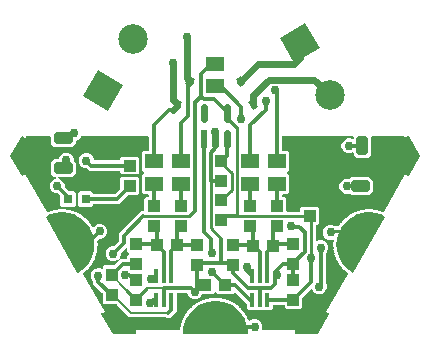
<source format=gbr>
G04 EAGLE Gerber RS-274X export*
G75*
%MOMM*%
%FSLAX34Y34*%
%LPD*%
%INTop Copper*%
%IPPOS*%
%AMOC8*
5,1,8,0,0,1.08239X$1,22.5*%
G01*
%ADD10R,0.800000X0.800000*%
%ADD11R,1.100000X1.000000*%
%ADD12C,0.499997*%
%ADD13R,2.500000X2.500000*%
%ADD14C,2.500000*%
%ADD15R,1.000000X1.100000*%
%ADD16R,1.500000X1.300000*%
%ADD17R,0.800000X0.500000*%
%ADD18R,0.355600X1.168400*%
%ADD19R,0.572000X1.554000*%
%ADD20C,0.572000*%
%ADD21C,1.000000*%
%ADD22C,0.756400*%
%ADD23C,0.355600*%
%ADD24C,0.254000*%
%ADD25C,0.304800*%
%ADD26C,0.203200*%
%ADD27C,0.609600*%

G36*
X279138Y196216D02*
X279138Y196216D01*
X279166Y196214D01*
X279234Y196236D01*
X279305Y196250D01*
X279328Y196266D01*
X279355Y196275D01*
X279410Y196322D01*
X279469Y196363D01*
X279484Y196387D01*
X279506Y196405D01*
X279537Y196470D01*
X279576Y196530D01*
X279581Y196558D01*
X279593Y196584D01*
X279602Y196685D01*
X279609Y196727D01*
X279607Y196737D01*
X279608Y196750D01*
X279369Y199751D01*
X316264Y199751D01*
X316312Y199760D01*
X316361Y199760D01*
X316409Y199780D01*
X316460Y199790D01*
X316501Y199818D01*
X316547Y199837D01*
X316583Y199874D01*
X316626Y199903D01*
X316653Y199944D01*
X316688Y199979D01*
X316710Y200033D01*
X316735Y200071D01*
X316742Y200106D01*
X316758Y200145D01*
X316988Y201152D01*
X316989Y201186D01*
X316999Y201227D01*
X317073Y202217D01*
X317143Y202277D01*
X317187Y202333D01*
X317236Y202383D01*
X317249Y202413D01*
X317266Y202436D01*
X317280Y202485D01*
X317307Y202549D01*
X317685Y204207D01*
X317687Y204270D01*
X317697Y204326D01*
X317695Y204334D01*
X317697Y204347D01*
X317690Y204379D01*
X317690Y204407D01*
X317672Y204455D01*
X317656Y204523D01*
X317619Y204607D01*
X317982Y205532D01*
X317988Y205566D01*
X318004Y205604D01*
X318225Y206573D01*
X318303Y206622D01*
X318354Y206670D01*
X318411Y206713D01*
X318428Y206741D01*
X318449Y206760D01*
X318469Y206807D01*
X318506Y206866D01*
X319127Y208449D01*
X319139Y208519D01*
X319160Y208586D01*
X319157Y208619D01*
X319162Y208646D01*
X319150Y208697D01*
X319145Y208766D01*
X319121Y208854D01*
X319617Y209715D01*
X319629Y209748D01*
X319650Y209783D01*
X320013Y210708D01*
X320098Y210745D01*
X320156Y210785D01*
X320218Y210819D01*
X320239Y210844D01*
X320262Y210860D01*
X320290Y210904D01*
X320334Y210956D01*
X321184Y212429D01*
X321207Y212496D01*
X321237Y212560D01*
X321239Y212592D01*
X321248Y212619D01*
X321245Y212670D01*
X321249Y212739D01*
X321239Y212831D01*
X321858Y213608D01*
X321874Y213639D01*
X321901Y213670D01*
X322398Y214531D01*
X322487Y214555D01*
X322550Y214586D01*
X322617Y214610D01*
X322641Y214631D01*
X322666Y214644D01*
X322700Y214683D01*
X322752Y214728D01*
X323812Y216058D01*
X323845Y216121D01*
X323884Y216179D01*
X323891Y216211D01*
X323904Y216236D01*
X323908Y216287D01*
X323923Y216355D01*
X323926Y216447D01*
X324654Y217123D01*
X324668Y217142D01*
X324680Y217149D01*
X324688Y217163D01*
X324706Y217178D01*
X325326Y217955D01*
X325417Y217966D01*
X325484Y217987D01*
X325554Y218001D01*
X325581Y218018D01*
X325608Y218027D01*
X325647Y218060D01*
X325705Y218098D01*
X326952Y219254D01*
X326993Y219312D01*
X327041Y219364D01*
X327052Y219394D01*
X327069Y219417D01*
X327080Y219467D01*
X327105Y219532D01*
X327122Y219622D01*
X327943Y220182D01*
X327968Y220207D01*
X328003Y220229D01*
X328731Y220905D01*
X328823Y220902D01*
X328892Y220913D01*
X328963Y220916D01*
X328993Y220929D01*
X329021Y220934D01*
X329064Y220961D01*
X329127Y220989D01*
X330532Y221947D01*
X330582Y221998D01*
X330637Y222042D01*
X330653Y222071D01*
X330672Y222091D01*
X330691Y222139D01*
X330725Y222199D01*
X330756Y222286D01*
X331651Y222717D01*
X331679Y222738D01*
X331717Y222755D01*
X332538Y223315D01*
X332628Y223297D01*
X332699Y223298D01*
X332769Y223291D01*
X332801Y223299D01*
X332829Y223300D01*
X332876Y223320D01*
X332943Y223339D01*
X334475Y224077D01*
X334531Y224119D01*
X334592Y224155D01*
X334612Y224181D01*
X334634Y224198D01*
X334660Y224242D01*
X334703Y224297D01*
X334746Y224378D01*
X335695Y224671D01*
X335726Y224687D01*
X335766Y224699D01*
X336661Y225130D01*
X336748Y225099D01*
X336818Y225090D01*
X336886Y225072D01*
X336919Y225076D01*
X336947Y225072D01*
X336996Y225085D01*
X337065Y225093D01*
X338690Y225595D01*
X338752Y225628D01*
X338818Y225654D01*
X338841Y225677D01*
X338866Y225690D01*
X338898Y225731D01*
X338949Y225778D01*
X339003Y225852D01*
X339986Y226000D01*
X340018Y226012D01*
X340060Y226017D01*
X341009Y226310D01*
X341091Y226267D01*
X341158Y226247D01*
X341223Y226219D01*
X341256Y226218D01*
X341283Y226210D01*
X341334Y226216D01*
X341403Y226214D01*
X343085Y226467D01*
X343151Y226491D01*
X343220Y226507D01*
X343247Y226526D01*
X343273Y226536D01*
X343311Y226571D01*
X343368Y226610D01*
X343433Y226675D01*
X344426Y226675D01*
X344460Y226682D01*
X344502Y226681D01*
X345485Y226829D01*
X345559Y226774D01*
X345623Y226744D01*
X345682Y226707D01*
X345715Y226701D01*
X345740Y226690D01*
X345792Y226688D01*
X345860Y226675D01*
X347560Y226675D01*
X347629Y226689D01*
X347700Y226695D01*
X347729Y226709D01*
X347757Y226715D01*
X347799Y226744D01*
X347861Y226774D01*
X347935Y226829D01*
X348918Y226681D01*
X348953Y226683D01*
X348994Y226675D01*
X349987Y226675D01*
X350052Y226610D01*
X350111Y226571D01*
X350165Y226525D01*
X350196Y226515D01*
X350219Y226499D01*
X350270Y226490D01*
X350335Y226467D01*
X352017Y226214D01*
X352087Y226217D01*
X352158Y226212D01*
X352189Y226222D01*
X352217Y226224D01*
X352263Y226246D01*
X352329Y226267D01*
X352411Y226310D01*
X353360Y226017D01*
X353395Y226014D01*
X353434Y226000D01*
X354417Y225852D01*
X354471Y225778D01*
X354524Y225731D01*
X354570Y225677D01*
X354599Y225662D01*
X354620Y225644D01*
X354669Y225626D01*
X354730Y225595D01*
X356355Y225093D01*
X356425Y225086D01*
X356494Y225071D01*
X356526Y225076D01*
X356554Y225073D01*
X356604Y225088D01*
X356672Y225099D01*
X356759Y225130D01*
X357654Y224699D01*
X357688Y224690D01*
X357725Y224671D01*
X358674Y224378D01*
X358717Y224297D01*
X358762Y224242D01*
X358800Y224182D01*
X358826Y224163D01*
X358844Y224141D01*
X358889Y224117D01*
X358945Y224077D01*
X360477Y223339D01*
X360546Y223321D01*
X360612Y223296D01*
X360644Y223296D01*
X360672Y223289D01*
X360723Y223297D01*
X360792Y223297D01*
X360882Y223315D01*
X361703Y222755D01*
X361735Y222741D01*
X361769Y222717D01*
X362664Y222286D01*
X362695Y222199D01*
X362730Y222138D01*
X362759Y222074D01*
X362782Y222051D01*
X362797Y222027D01*
X362838Y221996D01*
X362888Y221947D01*
X364293Y220989D01*
X364357Y220962D01*
X364419Y220927D01*
X364451Y220922D01*
X364477Y220912D01*
X364529Y220911D01*
X364597Y220902D01*
X364689Y220905D01*
X365417Y220229D01*
X365447Y220211D01*
X365477Y220182D01*
X366298Y219622D01*
X366315Y219532D01*
X366341Y219466D01*
X366360Y219398D01*
X366380Y219372D01*
X366390Y219346D01*
X366427Y219310D01*
X366468Y219254D01*
X367715Y218098D01*
X367775Y218061D01*
X367830Y218017D01*
X367862Y218008D01*
X367886Y217993D01*
X367937Y217985D01*
X368003Y217966D01*
X368094Y217955D01*
X368714Y217178D01*
X368740Y217157D01*
X368755Y217135D01*
X368757Y217134D01*
X368766Y217123D01*
X369494Y216447D01*
X369497Y216355D01*
X369514Y216286D01*
X369522Y216216D01*
X369538Y216187D01*
X369544Y216160D01*
X369575Y216119D01*
X369608Y216058D01*
X370668Y214728D01*
X370722Y214683D01*
X370770Y214631D01*
X370800Y214617D01*
X370821Y214599D01*
X370871Y214584D01*
X370933Y214555D01*
X371022Y214531D01*
X371519Y213670D01*
X371542Y213644D01*
X371561Y213608D01*
X372181Y212831D01*
X372171Y212739D01*
X372177Y212669D01*
X372175Y212598D01*
X372186Y212568D01*
X372188Y212540D01*
X372212Y212494D01*
X372236Y212429D01*
X373086Y210956D01*
X373132Y210903D01*
X373172Y210845D01*
X373200Y210827D01*
X373218Y210806D01*
X373265Y210783D01*
X373322Y210745D01*
X373407Y210708D01*
X373770Y209783D01*
X373788Y209754D01*
X373803Y209715D01*
X374299Y208854D01*
X374275Y208766D01*
X374271Y208695D01*
X374258Y208626D01*
X374265Y208594D01*
X374263Y208566D01*
X374280Y208517D01*
X374293Y208449D01*
X374829Y207083D01*
X374834Y207076D01*
X374836Y207067D01*
X374888Y206992D01*
X374938Y206915D01*
X374945Y206910D01*
X374950Y206902D01*
X375028Y206853D01*
X375103Y206801D01*
X375112Y206800D01*
X375119Y206795D01*
X375210Y206780D01*
X375300Y206761D01*
X375308Y206763D01*
X375317Y206761D01*
X375406Y206782D01*
X375496Y206800D01*
X375504Y206805D01*
X375512Y206807D01*
X375660Y206910D01*
X376374Y207624D01*
X377056Y207906D01*
X378281Y208414D01*
X378698Y208587D01*
X381214Y208587D01*
X383538Y207624D01*
X385316Y205845D01*
X386279Y203522D01*
X386279Y201006D01*
X386049Y200452D01*
X386048Y200448D01*
X386046Y200445D01*
X386029Y200350D01*
X386011Y200255D01*
X386011Y200252D01*
X386011Y200248D01*
X386032Y200154D01*
X386051Y200059D01*
X386053Y200056D01*
X386054Y200052D01*
X386110Y199973D01*
X386165Y199894D01*
X386168Y199892D01*
X386170Y199889D01*
X386252Y199838D01*
X386333Y199785D01*
X386337Y199785D01*
X386341Y199783D01*
X386518Y199751D01*
X414051Y199751D01*
X413812Y196750D01*
X413816Y196721D01*
X413811Y196693D01*
X413828Y196624D01*
X413836Y196552D01*
X413851Y196528D01*
X413857Y196500D01*
X413900Y196442D01*
X413936Y196380D01*
X413958Y196363D01*
X413975Y196340D01*
X414037Y196303D01*
X414094Y196260D01*
X414122Y196253D01*
X414146Y196238D01*
X414246Y196222D01*
X414287Y196211D01*
X414297Y196213D01*
X414310Y196211D01*
X433310Y196211D01*
X433386Y196226D01*
X433464Y196235D01*
X433483Y196246D01*
X433505Y196250D01*
X433569Y196294D01*
X433637Y196333D01*
X433653Y196352D01*
X433669Y196363D01*
X433693Y196401D01*
X433743Y196461D01*
X443243Y212961D01*
X443252Y212988D01*
X443268Y213012D01*
X443283Y213082D01*
X443306Y213150D01*
X443303Y213178D01*
X443309Y213206D01*
X443296Y213277D01*
X443290Y213348D01*
X443277Y213373D01*
X443271Y213401D01*
X443231Y213461D01*
X443198Y213524D01*
X443176Y213542D01*
X443160Y213566D01*
X443077Y213624D01*
X443045Y213651D01*
X443034Y213654D01*
X443024Y213661D01*
X440323Y214939D01*
X458747Y246850D01*
X458762Y246897D01*
X458787Y246940D01*
X458794Y246991D01*
X458811Y247040D01*
X458807Y247090D01*
X458813Y247139D01*
X458800Y247189D01*
X458796Y247240D01*
X458774Y247284D01*
X458761Y247332D01*
X458726Y247378D01*
X458705Y247419D01*
X458678Y247442D01*
X458652Y247476D01*
X457901Y248173D01*
X457871Y248191D01*
X457841Y248220D01*
X457020Y248780D01*
X457003Y248870D01*
X456977Y248935D01*
X456958Y249004D01*
X456938Y249030D01*
X456928Y249056D01*
X456891Y249092D01*
X456850Y249148D01*
X455601Y250305D01*
X455541Y250342D01*
X455485Y250386D01*
X455454Y250395D01*
X455430Y250410D01*
X455379Y250418D01*
X455313Y250437D01*
X455221Y250448D01*
X454602Y251224D01*
X454575Y251247D01*
X454550Y251280D01*
X453821Y251956D01*
X453818Y252047D01*
X453801Y252116D01*
X453793Y252186D01*
X453778Y252215D01*
X453771Y252242D01*
X453740Y252284D01*
X453708Y252345D01*
X452645Y253676D01*
X452591Y253721D01*
X452543Y253772D01*
X452513Y253786D01*
X452492Y253804D01*
X452443Y253820D01*
X452380Y253849D01*
X452291Y253873D01*
X451794Y254733D01*
X451771Y254759D01*
X451751Y254796D01*
X451132Y255573D01*
X451142Y255664D01*
X451136Y255734D01*
X451138Y255805D01*
X451127Y255836D01*
X451125Y255864D01*
X451101Y255909D01*
X451077Y255974D01*
X450225Y257449D01*
X450179Y257502D01*
X450139Y257560D01*
X450111Y257578D01*
X450093Y257599D01*
X450046Y257621D01*
X449989Y257660D01*
X449904Y257697D01*
X449541Y258622D01*
X449522Y258651D01*
X449508Y258690D01*
X449011Y259550D01*
X449035Y259639D01*
X449039Y259709D01*
X449052Y259779D01*
X449046Y259811D01*
X449047Y259839D01*
X449030Y259888D01*
X449017Y259956D01*
X448394Y261540D01*
X448356Y261600D01*
X448325Y261663D01*
X448301Y261685D01*
X448286Y261709D01*
X448243Y261738D01*
X448192Y261785D01*
X448114Y261833D01*
X447893Y262802D01*
X447878Y262834D01*
X447870Y262874D01*
X447507Y263799D01*
X447544Y263884D01*
X447559Y263953D01*
X447582Y264020D01*
X447580Y264052D01*
X447586Y264080D01*
X447577Y264130D01*
X447573Y264199D01*
X447194Y265859D01*
X447165Y265924D01*
X447144Y265991D01*
X447123Y266017D01*
X447112Y266042D01*
X447074Y266077D01*
X447030Y266131D01*
X446960Y266191D01*
X446886Y267182D01*
X446876Y267215D01*
X446875Y267257D01*
X446653Y268225D01*
X446702Y268303D01*
X446727Y268369D01*
X446760Y268432D01*
X446763Y268464D01*
X446773Y268491D01*
X446771Y268542D01*
X446778Y268611D01*
X446650Y270309D01*
X446631Y270377D01*
X446620Y270447D01*
X446604Y270475D01*
X446596Y270502D01*
X446564Y270542D01*
X446529Y270602D01*
X446469Y270672D01*
X446543Y271663D01*
X446539Y271697D01*
X446543Y271738D01*
X446468Y272729D01*
X446528Y272799D01*
X446563Y272860D01*
X446604Y272917D01*
X446613Y272949D01*
X446626Y272974D01*
X446632Y273025D01*
X446650Y273092D01*
X446776Y274790D01*
X446773Y274813D01*
X446777Y274834D01*
X446767Y274878D01*
X446767Y274930D01*
X446755Y274961D01*
X446751Y274989D01*
X446737Y275013D01*
X446734Y275030D01*
X446719Y275051D01*
X446700Y275098D01*
X446651Y275175D01*
X446701Y275395D01*
X446702Y275456D01*
X446714Y275516D01*
X446705Y275555D01*
X446706Y275596D01*
X446684Y275652D01*
X446671Y275712D01*
X446648Y275745D01*
X446633Y275782D01*
X446591Y275826D01*
X446556Y275876D01*
X446522Y275897D01*
X446493Y275926D01*
X446438Y275950D01*
X446386Y275982D01*
X446346Y275989D01*
X446309Y276005D01*
X446248Y276005D01*
X446188Y276015D01*
X446145Y276006D01*
X446109Y276006D01*
X446067Y275989D01*
X446012Y275977D01*
X445583Y275799D01*
X445582Y275799D01*
X445492Y275761D01*
X442976Y275761D01*
X440652Y276724D01*
X438874Y278502D01*
X437911Y280826D01*
X437911Y283341D01*
X438874Y285665D01*
X440652Y287444D01*
X440895Y287545D01*
X440896Y287545D01*
X442120Y288052D01*
X442976Y288406D01*
X445492Y288406D01*
X447815Y287444D01*
X447946Y287313D01*
X447953Y287309D01*
X447957Y287302D01*
X448036Y287253D01*
X448113Y287202D01*
X448121Y287201D01*
X448128Y287196D01*
X448305Y287164D01*
X450621Y287164D01*
X450694Y287179D01*
X450767Y287186D01*
X450791Y287199D01*
X450818Y287204D01*
X450872Y287241D01*
X450884Y287245D01*
X450893Y287253D01*
X450944Y287280D01*
X450963Y287303D01*
X450984Y287317D01*
X451010Y287358D01*
X451034Y287379D01*
X451042Y287396D01*
X451060Y287418D01*
X451067Y287429D01*
X451078Y287462D01*
X451093Y287485D01*
X451098Y287514D01*
X451120Y287560D01*
X451122Y287592D01*
X451131Y287619D01*
X451127Y287670D01*
X451128Y287677D01*
X451128Y287682D01*
X451128Y287684D01*
X451132Y287740D01*
X451121Y287831D01*
X451741Y288608D01*
X451756Y288639D01*
X451783Y288671D01*
X452280Y289531D01*
X452369Y289555D01*
X452396Y289569D01*
X452419Y289574D01*
X452445Y289591D01*
X452498Y289610D01*
X452523Y289632D01*
X452548Y289644D01*
X452582Y289684D01*
X452634Y289729D01*
X453695Y291061D01*
X453727Y291123D01*
X453767Y291182D01*
X453774Y291214D01*
X453787Y291239D01*
X453791Y291290D01*
X453805Y291358D01*
X453809Y291450D01*
X454537Y292126D01*
X454557Y292154D01*
X454589Y292182D01*
X455208Y292959D01*
X455299Y292969D01*
X455366Y292991D01*
X455436Y293004D01*
X455463Y293022D01*
X455490Y293030D01*
X455529Y293064D01*
X455587Y293101D01*
X456835Y294260D01*
X456876Y294317D01*
X456924Y294369D01*
X456936Y294400D01*
X456952Y294422D01*
X456964Y294473D01*
X456988Y294537D01*
X457006Y294628D01*
X457826Y295188D01*
X457851Y295213D01*
X457886Y295235D01*
X458614Y295911D01*
X458706Y295908D01*
X458775Y295919D01*
X458846Y295922D01*
X458876Y295935D01*
X458903Y295940D01*
X458947Y295967D01*
X459010Y295996D01*
X460417Y296955D01*
X460466Y297006D01*
X460521Y297050D01*
X460537Y297079D01*
X460557Y297099D01*
X460576Y297147D01*
X460610Y297207D01*
X460640Y297294D01*
X461535Y297725D01*
X461563Y297746D01*
X461601Y297763D01*
X462422Y298323D01*
X462512Y298306D01*
X462583Y298307D01*
X462653Y298299D01*
X462684Y298308D01*
X462713Y298308D01*
X462760Y298329D01*
X462827Y298347D01*
X464360Y299087D01*
X464417Y299129D01*
X464478Y299165D01*
X464498Y299191D01*
X464520Y299208D01*
X464546Y299252D01*
X464589Y299307D01*
X464632Y299388D01*
X465581Y299681D01*
X465611Y299698D01*
X465652Y299709D01*
X466547Y300140D01*
X466634Y300110D01*
X466704Y300100D01*
X466772Y300082D01*
X466804Y300086D01*
X466832Y300083D01*
X466882Y300096D01*
X466951Y300104D01*
X468577Y300607D01*
X468639Y300640D01*
X468705Y300666D01*
X468729Y300689D01*
X468754Y300702D01*
X468786Y300743D01*
X468836Y300790D01*
X468891Y300864D01*
X469873Y301013D01*
X469906Y301025D01*
X469947Y301030D01*
X470896Y301323D01*
X470978Y301280D01*
X471045Y301260D01*
X471110Y301232D01*
X471143Y301231D01*
X471170Y301223D01*
X471221Y301229D01*
X471290Y301227D01*
X472974Y301481D01*
X473040Y301505D01*
X473109Y301521D01*
X473136Y301540D01*
X473162Y301550D01*
X473200Y301585D01*
X473257Y301624D01*
X473322Y301689D01*
X474316Y301689D01*
X474350Y301696D01*
X474391Y301695D01*
X475374Y301844D01*
X475448Y301789D01*
X475512Y301759D01*
X475572Y301722D01*
X475604Y301716D01*
X475629Y301704D01*
X475681Y301702D01*
X475749Y301690D01*
X477452Y301690D01*
X477521Y301704D01*
X477591Y301710D01*
X477621Y301725D01*
X477648Y301730D01*
X477691Y301759D01*
X477753Y301790D01*
X477827Y301844D01*
X478809Y301697D01*
X478844Y301698D01*
X478885Y301691D01*
X479879Y301691D01*
X479944Y301626D01*
X480003Y301587D01*
X480056Y301541D01*
X480087Y301531D01*
X480111Y301515D01*
X480161Y301506D01*
X480227Y301483D01*
X481911Y301230D01*
X481981Y301234D01*
X482052Y301229D01*
X482083Y301239D01*
X482111Y301240D01*
X482157Y301262D01*
X482223Y301283D01*
X482305Y301326D01*
X483254Y301034D01*
X483289Y301030D01*
X483328Y301017D01*
X484311Y300869D01*
X484365Y300795D01*
X484418Y300748D01*
X484464Y300695D01*
X484493Y300680D01*
X484514Y300661D01*
X484563Y300643D01*
X484624Y300612D01*
X486251Y300110D01*
X486321Y300103D01*
X486390Y300088D01*
X486423Y300093D01*
X486451Y300090D01*
X486500Y300106D01*
X486568Y300116D01*
X486655Y300147D01*
X487550Y299716D01*
X487563Y299713D01*
X487566Y299711D01*
X487581Y299708D01*
X487584Y299707D01*
X487621Y299688D01*
X488619Y299381D01*
X488668Y299376D01*
X488715Y299361D01*
X488767Y299366D01*
X488818Y299361D01*
X488866Y299375D01*
X488915Y299380D01*
X488960Y299404D01*
X489010Y299420D01*
X489048Y299451D01*
X489091Y299474D01*
X489129Y299519D01*
X489164Y299548D01*
X489180Y299580D01*
X489208Y299612D01*
X507630Y331522D01*
X510126Y329799D01*
X510153Y329788D01*
X510175Y329769D01*
X510244Y329749D01*
X510309Y329721D01*
X510338Y329721D01*
X510366Y329713D01*
X510437Y329721D01*
X510508Y329721D01*
X510535Y329732D01*
X510564Y329735D01*
X510626Y329770D01*
X510691Y329798D01*
X510712Y329818D01*
X510737Y329833D01*
X510800Y329910D01*
X510830Y329940D01*
X510834Y329950D01*
X510843Y329961D01*
X520343Y346461D01*
X520353Y346493D01*
X520362Y346506D01*
X520366Y346530D01*
X520367Y346534D01*
X520398Y346604D01*
X520398Y346628D01*
X520406Y346650D01*
X520400Y346726D01*
X520401Y346803D01*
X520391Y346827D01*
X520390Y346848D01*
X520369Y346887D01*
X520343Y346959D01*
X510843Y363459D01*
X510824Y363481D01*
X510811Y363507D01*
X510758Y363555D01*
X510711Y363608D01*
X510685Y363621D01*
X510664Y363640D01*
X510596Y363663D01*
X510532Y363694D01*
X510503Y363696D01*
X510476Y363705D01*
X510404Y363700D01*
X510333Y363703D01*
X510306Y363693D01*
X510277Y363691D01*
X510187Y363649D01*
X510147Y363634D01*
X510139Y363627D01*
X510126Y363621D01*
X507630Y361898D01*
X506936Y363100D01*
X506887Y363156D01*
X506845Y363216D01*
X506822Y363230D01*
X506804Y363251D01*
X506737Y363283D01*
X506674Y363322D01*
X506646Y363327D01*
X506623Y363338D01*
X506570Y363341D01*
X506497Y363354D01*
X479218Y363354D01*
X479213Y363353D01*
X479208Y363354D01*
X479115Y363333D01*
X479021Y363314D01*
X479017Y363311D01*
X479012Y363310D01*
X478934Y363255D01*
X478856Y363202D01*
X478853Y363197D01*
X478848Y363194D01*
X478798Y363113D01*
X478746Y363034D01*
X478745Y363028D01*
X478743Y363024D01*
X478711Y362847D01*
X478711Y347758D01*
X475758Y344805D01*
X466582Y344805D01*
X463629Y347758D01*
X463629Y349354D01*
X463629Y349358D01*
X463629Y349362D01*
X463609Y349456D01*
X463590Y349551D01*
X463587Y349554D01*
X463587Y349558D01*
X463531Y349637D01*
X463477Y349717D01*
X463474Y349719D01*
X463471Y349722D01*
X463389Y349773D01*
X463309Y349826D01*
X463305Y349826D01*
X463302Y349829D01*
X463206Y349844D01*
X463112Y349861D01*
X463108Y349860D01*
X463104Y349861D01*
X462928Y349823D01*
X461786Y349350D01*
X460998Y349023D01*
X458482Y349023D01*
X456158Y349986D01*
X454380Y351764D01*
X453417Y354088D01*
X453417Y356604D01*
X454380Y358928D01*
X456158Y360706D01*
X457099Y361096D01*
X458324Y361603D01*
X458482Y361669D01*
X460998Y361669D01*
X462928Y360869D01*
X462932Y360868D01*
X462935Y360866D01*
X463030Y360849D01*
X463125Y360831D01*
X463128Y360831D01*
X463132Y360831D01*
X463227Y360852D01*
X463321Y360871D01*
X463324Y360873D01*
X463328Y360874D01*
X463407Y360930D01*
X463486Y360985D01*
X463488Y360988D01*
X463492Y360990D01*
X463542Y361072D01*
X463595Y361153D01*
X463595Y361157D01*
X463597Y361160D01*
X463629Y361338D01*
X463629Y362847D01*
X463628Y362852D01*
X463629Y362857D01*
X463608Y362950D01*
X463590Y363043D01*
X463587Y363047D01*
X463586Y363053D01*
X463530Y363130D01*
X463477Y363209D01*
X463473Y363212D01*
X463470Y363216D01*
X463388Y363267D01*
X463309Y363318D01*
X463304Y363319D01*
X463299Y363322D01*
X463122Y363354D01*
X403606Y363354D01*
X403601Y363353D01*
X403596Y363354D01*
X403503Y363333D01*
X403409Y363314D01*
X403405Y363311D01*
X403400Y363310D01*
X403322Y363255D01*
X403244Y363202D01*
X403241Y363197D01*
X403237Y363194D01*
X403186Y363113D01*
X403134Y363034D01*
X403134Y363028D01*
X403131Y363024D01*
X403099Y362847D01*
X403099Y351788D01*
X403100Y351783D01*
X403099Y351778D01*
X403120Y351685D01*
X403138Y351591D01*
X403141Y351587D01*
X403142Y351582D01*
X403198Y351504D01*
X403251Y351426D01*
X403255Y351423D01*
X403258Y351419D01*
X403340Y351368D01*
X403419Y351316D01*
X403424Y351316D01*
X403429Y351313D01*
X403606Y351281D01*
X407332Y351281D01*
X408821Y349792D01*
X408821Y334688D01*
X407232Y333099D01*
X407229Y333094D01*
X407225Y333091D01*
X407173Y333011D01*
X407121Y332932D01*
X407120Y332927D01*
X407117Y332922D01*
X407101Y332828D01*
X407083Y332735D01*
X407084Y332730D01*
X407083Y332725D01*
X407105Y332632D01*
X407125Y332539D01*
X407128Y332534D01*
X407129Y332529D01*
X407232Y332381D01*
X408821Y330792D01*
X408821Y315688D01*
X407332Y314199D01*
X403606Y314199D01*
X403601Y314198D01*
X403596Y314199D01*
X403503Y314178D01*
X403409Y314160D01*
X403405Y314157D01*
X403400Y314156D01*
X403322Y314100D01*
X403244Y314047D01*
X403241Y314043D01*
X403237Y314040D01*
X403186Y313958D01*
X403134Y313879D01*
X403134Y313874D01*
X403131Y313869D01*
X403099Y313692D01*
X403099Y312458D01*
X403100Y312453D01*
X403099Y312448D01*
X403120Y312355D01*
X403138Y312261D01*
X403141Y312257D01*
X403142Y312252D01*
X403198Y312174D01*
X403251Y312096D01*
X403255Y312093D01*
X403258Y312089D01*
X403340Y312038D01*
X403419Y311986D01*
X403424Y311986D01*
X403429Y311983D01*
X403606Y311951D01*
X405332Y311951D01*
X406821Y310462D01*
X406821Y300228D01*
X406822Y300223D01*
X406821Y300218D01*
X406842Y300125D01*
X406860Y300031D01*
X406863Y300027D01*
X406864Y300022D01*
X406920Y299944D01*
X406973Y299866D01*
X406977Y299863D01*
X406980Y299859D01*
X407062Y299808D01*
X407141Y299756D01*
X407146Y299756D01*
X407151Y299753D01*
X407328Y299721D01*
X418172Y299721D01*
X418177Y299722D01*
X418182Y299721D01*
X418275Y299742D01*
X418369Y299760D01*
X418373Y299763D01*
X418378Y299764D01*
X418456Y299820D01*
X418534Y299873D01*
X418537Y299877D01*
X418541Y299880D01*
X418592Y299962D01*
X418644Y300041D01*
X418644Y300046D01*
X418647Y300051D01*
X418679Y300228D01*
X418679Y302352D01*
X420168Y303841D01*
X433272Y303841D01*
X434761Y302352D01*
X434761Y290248D01*
X433272Y288759D01*
X432359Y288759D01*
X432354Y288758D01*
X432349Y288759D01*
X432256Y288738D01*
X432162Y288720D01*
X432158Y288717D01*
X432153Y288716D01*
X432075Y288660D01*
X431997Y288607D01*
X431994Y288603D01*
X431990Y288600D01*
X431939Y288518D01*
X431887Y288439D01*
X431887Y288434D01*
X431884Y288429D01*
X431852Y288252D01*
X431852Y275181D01*
X431853Y275177D01*
X431852Y275173D01*
X431872Y275079D01*
X431891Y274984D01*
X431894Y274981D01*
X431894Y274977D01*
X431950Y274898D01*
X432004Y274819D01*
X432007Y274816D01*
X432010Y274813D01*
X432092Y274762D01*
X432172Y274709D01*
X432176Y274709D01*
X432179Y274707D01*
X432275Y274691D01*
X432369Y274674D01*
X432373Y274675D01*
X432377Y274674D01*
X432553Y274712D01*
X432918Y274863D01*
X434142Y275371D01*
X434143Y275371D01*
X434606Y275563D01*
X437122Y275563D01*
X439446Y274600D01*
X441224Y272822D01*
X442187Y270498D01*
X442187Y267982D01*
X441224Y265658D01*
X440183Y264618D01*
X440179Y264611D01*
X440173Y264606D01*
X440124Y264528D01*
X440072Y264451D01*
X440071Y264443D01*
X440067Y264436D01*
X440035Y264259D01*
X440035Y239097D01*
X440037Y239088D01*
X440035Y239079D01*
X440073Y238902D01*
X440769Y237224D01*
X440769Y234708D01*
X439806Y232384D01*
X438028Y230606D01*
X436918Y230146D01*
X435704Y229643D01*
X433188Y229643D01*
X430864Y230606D01*
X429086Y232384D01*
X428491Y233821D01*
X428489Y233825D01*
X428488Y233828D01*
X428432Y233908D01*
X428379Y233988D01*
X428376Y233990D01*
X428373Y233993D01*
X428292Y234045D01*
X428211Y234098D01*
X428208Y234098D01*
X428204Y234101D01*
X428109Y234117D01*
X428014Y234134D01*
X428010Y234133D01*
X428007Y234134D01*
X427913Y234112D01*
X427818Y234092D01*
X427815Y234089D01*
X427811Y234089D01*
X427663Y233986D01*
X420439Y226762D01*
X420435Y226755D01*
X420429Y226751D01*
X420380Y226672D01*
X420328Y226595D01*
X420327Y226587D01*
X420323Y226580D01*
X420291Y226403D01*
X420291Y218628D01*
X418802Y217139D01*
X406698Y217139D01*
X405209Y218628D01*
X405209Y220354D01*
X405208Y220359D01*
X405209Y220364D01*
X405188Y220457D01*
X405170Y220551D01*
X405167Y220555D01*
X405166Y220560D01*
X405110Y220638D01*
X405057Y220716D01*
X405053Y220719D01*
X405050Y220723D01*
X404968Y220774D01*
X404889Y220826D01*
X404884Y220826D01*
X404879Y220829D01*
X404702Y220861D01*
X395605Y220861D01*
X395600Y220860D01*
X395595Y220861D01*
X395502Y220840D01*
X395408Y220822D01*
X395404Y220819D01*
X395399Y220818D01*
X395321Y220762D01*
X395243Y220709D01*
X395240Y220705D01*
X395236Y220702D01*
X395185Y220620D01*
X395133Y220541D01*
X395133Y220536D01*
X395130Y220531D01*
X395098Y220354D01*
X395098Y217642D01*
X393609Y216153D01*
X387949Y216153D01*
X387836Y216266D01*
X387831Y216269D01*
X387828Y216273D01*
X387748Y216324D01*
X387669Y216377D01*
X387664Y216378D01*
X387659Y216381D01*
X387565Y216397D01*
X387472Y216415D01*
X387467Y216414D01*
X387461Y216415D01*
X387369Y216393D01*
X387276Y216373D01*
X387271Y216370D01*
X387266Y216369D01*
X387118Y216266D01*
X387005Y216153D01*
X381345Y216153D01*
X381232Y216266D01*
X381227Y216269D01*
X381224Y216273D01*
X381144Y216324D01*
X381065Y216377D01*
X381060Y216378D01*
X381055Y216381D01*
X380961Y216397D01*
X380868Y216415D01*
X380863Y216414D01*
X380857Y216415D01*
X380765Y216393D01*
X380672Y216373D01*
X380667Y216370D01*
X380662Y216369D01*
X380514Y216266D01*
X380401Y216153D01*
X374741Y216153D01*
X373252Y217642D01*
X373252Y221267D01*
X373251Y221275D01*
X373252Y221282D01*
X373231Y221372D01*
X373213Y221464D01*
X373208Y221470D01*
X373206Y221478D01*
X373104Y221626D01*
X371834Y222896D01*
X363630Y231099D01*
X363626Y231102D01*
X363623Y231107D01*
X363542Y231158D01*
X363463Y231210D01*
X363458Y231211D01*
X363453Y231214D01*
X363360Y231230D01*
X363266Y231248D01*
X363261Y231247D01*
X363256Y231248D01*
X363163Y231226D01*
X363070Y231206D01*
X363066Y231203D01*
X363061Y231202D01*
X362913Y231099D01*
X361762Y229949D01*
X348658Y229949D01*
X347069Y231538D01*
X347064Y231541D01*
X347061Y231545D01*
X346981Y231597D01*
X346902Y231649D01*
X346897Y231650D01*
X346892Y231653D01*
X346798Y231669D01*
X346705Y231687D01*
X346700Y231686D01*
X346695Y231687D01*
X346602Y231665D01*
X346509Y231645D01*
X346504Y231642D01*
X346499Y231641D01*
X346351Y231538D01*
X344762Y229949D01*
X335574Y229949D01*
X335568Y229948D01*
X335561Y229949D01*
X335470Y229928D01*
X335378Y229910D01*
X335372Y229906D01*
X335366Y229905D01*
X335290Y229850D01*
X335212Y229797D01*
X335208Y229792D01*
X335203Y229788D01*
X335106Y229636D01*
X334615Y228451D01*
X332836Y226673D01*
X332650Y226595D01*
X331425Y226088D01*
X330512Y225710D01*
X327997Y225710D01*
X325673Y226673D01*
X323894Y228451D01*
X323121Y230318D01*
X323117Y230324D01*
X323116Y230330D01*
X323061Y230407D01*
X323009Y230485D01*
X323004Y230488D01*
X323000Y230493D01*
X322920Y230543D01*
X322842Y230595D01*
X322835Y230596D01*
X322830Y230599D01*
X322652Y230631D01*
X314325Y230631D01*
X314320Y230630D01*
X314315Y230631D01*
X314222Y230610D01*
X314128Y230592D01*
X314124Y230589D01*
X314119Y230588D01*
X314041Y230532D01*
X313963Y230479D01*
X313960Y230475D01*
X313956Y230472D01*
X313905Y230390D01*
X313853Y230311D01*
X313853Y230306D01*
X313850Y230301D01*
X313818Y230124D01*
X313818Y215000D01*
X308653Y209835D01*
X305075Y209835D01*
X304461Y210448D01*
X304455Y210453D01*
X304450Y210459D01*
X304372Y210508D01*
X304294Y210559D01*
X304287Y210561D01*
X304280Y210565D01*
X304103Y210597D01*
X273872Y210597D01*
X263509Y220959D01*
X263503Y220964D01*
X263498Y220970D01*
X263420Y221019D01*
X263342Y221070D01*
X263335Y221072D01*
X263328Y221076D01*
X263151Y221108D01*
X252710Y221108D01*
X251222Y222596D01*
X251222Y230372D01*
X251220Y230379D01*
X251222Y230387D01*
X251201Y230477D01*
X251182Y230568D01*
X251178Y230575D01*
X251176Y230582D01*
X251073Y230730D01*
X243226Y238578D01*
X243226Y240626D01*
X243225Y240633D01*
X243226Y240641D01*
X243205Y240731D01*
X243187Y240822D01*
X243182Y240829D01*
X243180Y240836D01*
X243078Y240984D01*
X242185Y241877D01*
X241222Y244201D01*
X241222Y246716D01*
X242185Y249040D01*
X243963Y250819D01*
X244455Y251023D01*
X244456Y251023D01*
X245680Y251530D01*
X246287Y251781D01*
X248803Y251781D01*
X250520Y251070D01*
X250524Y251069D01*
X250528Y251067D01*
X250622Y251050D01*
X250717Y251031D01*
X250721Y251032D01*
X250725Y251031D01*
X250819Y251052D01*
X250913Y251072D01*
X250917Y251074D01*
X250920Y251075D01*
X251000Y251131D01*
X251079Y251185D01*
X251081Y251188D01*
X251084Y251191D01*
X251135Y251273D01*
X251187Y251354D01*
X251188Y251358D01*
X251190Y251361D01*
X251222Y251538D01*
X251222Y252701D01*
X252710Y254189D01*
X260845Y254189D01*
X260852Y254191D01*
X260860Y254190D01*
X260950Y254211D01*
X261041Y254229D01*
X261048Y254234D01*
X261055Y254235D01*
X261203Y254338D01*
X266590Y259725D01*
X271352Y259725D01*
X271357Y259726D01*
X271362Y259725D01*
X271455Y259746D01*
X271549Y259764D01*
X271553Y259767D01*
X271558Y259768D01*
X271636Y259824D01*
X271714Y259877D01*
X271717Y259881D01*
X271721Y259884D01*
X271772Y259966D01*
X271824Y260045D01*
X271824Y260050D01*
X271827Y260055D01*
X271859Y260232D01*
X271859Y262212D01*
X273448Y263801D01*
X273451Y263806D01*
X273455Y263809D01*
X273507Y263889D01*
X273559Y263968D01*
X273560Y263973D01*
X273563Y263978D01*
X273579Y264072D01*
X273597Y264165D01*
X273596Y264170D01*
X273597Y264176D01*
X273575Y264268D01*
X273555Y264361D01*
X273552Y264366D01*
X273551Y264371D01*
X273448Y264519D01*
X271859Y266108D01*
X271859Y268337D01*
X271859Y268340D01*
X271859Y268342D01*
X271839Y268435D01*
X271820Y268534D01*
X271818Y268536D01*
X271818Y268538D01*
X271762Y268619D01*
X271707Y268699D01*
X271705Y268701D01*
X271703Y268703D01*
X271620Y268756D01*
X271539Y268809D01*
X271536Y268809D01*
X271534Y268811D01*
X271438Y268827D01*
X271342Y268844D01*
X271339Y268844D01*
X271337Y268844D01*
X271243Y268822D01*
X271146Y268801D01*
X271144Y268799D01*
X271141Y268799D01*
X270993Y268696D01*
X266821Y264524D01*
X266817Y264517D01*
X266811Y264513D01*
X266762Y264434D01*
X266710Y264357D01*
X266709Y264349D01*
X266705Y264342D01*
X266673Y264165D01*
X266673Y262902D01*
X265710Y260578D01*
X263932Y258800D01*
X263334Y258552D01*
X263333Y258552D01*
X262109Y258045D01*
X261608Y257837D01*
X259092Y257837D01*
X256768Y258800D01*
X254990Y260578D01*
X254027Y262902D01*
X254027Y265418D01*
X254990Y267742D01*
X256768Y269520D01*
X257422Y269791D01*
X258646Y270298D01*
X258647Y270298D01*
X259092Y270483D01*
X260355Y270483D01*
X260363Y270484D01*
X260371Y270483D01*
X260460Y270504D01*
X260552Y270522D01*
X260558Y270527D01*
X260566Y270529D01*
X260714Y270631D01*
X264773Y274690D01*
X264777Y274697D01*
X264783Y274701D01*
X264832Y274780D01*
X264884Y274857D01*
X264885Y274865D01*
X264889Y274872D01*
X264921Y275049D01*
X264921Y281189D01*
X283961Y300229D01*
X286092Y300229D01*
X286097Y300230D01*
X286102Y300229D01*
X286195Y300250D01*
X286289Y300268D01*
X286293Y300271D01*
X286298Y300272D01*
X286376Y300328D01*
X286454Y300381D01*
X286457Y300385D01*
X286461Y300388D01*
X286512Y300470D01*
X286564Y300549D01*
X286564Y300554D01*
X286567Y300559D01*
X286599Y300736D01*
X286599Y310462D01*
X288088Y311951D01*
X289814Y311951D01*
X289819Y311952D01*
X289824Y311951D01*
X289917Y311972D01*
X290011Y311990D01*
X290015Y311993D01*
X290020Y311994D01*
X290098Y312050D01*
X290176Y312103D01*
X290179Y312107D01*
X290183Y312110D01*
X290234Y312192D01*
X290286Y312271D01*
X290286Y312276D01*
X290289Y312281D01*
X290321Y312458D01*
X290321Y313692D01*
X290320Y313697D01*
X290321Y313702D01*
X290300Y313795D01*
X290282Y313889D01*
X290279Y313893D01*
X290278Y313898D01*
X290222Y313976D01*
X290169Y314054D01*
X290165Y314057D01*
X290162Y314061D01*
X290080Y314112D01*
X290001Y314164D01*
X289996Y314164D01*
X289991Y314167D01*
X289814Y314199D01*
X286088Y314199D01*
X284599Y315688D01*
X284599Y330792D01*
X286188Y332381D01*
X286191Y332386D01*
X286195Y332389D01*
X286247Y332469D01*
X286299Y332548D01*
X286300Y332553D01*
X286303Y332558D01*
X286319Y332652D01*
X286337Y332745D01*
X286336Y332750D01*
X286337Y332756D01*
X286315Y332848D01*
X286295Y332941D01*
X286292Y332946D01*
X286291Y332951D01*
X286188Y333099D01*
X284599Y334688D01*
X284599Y349792D01*
X286088Y351281D01*
X289814Y351281D01*
X289819Y351282D01*
X289824Y351281D01*
X289917Y351302D01*
X290011Y351320D01*
X290015Y351323D01*
X290020Y351324D01*
X290098Y351380D01*
X290176Y351433D01*
X290179Y351437D01*
X290183Y351440D01*
X290234Y351522D01*
X290286Y351601D01*
X290286Y351606D01*
X290289Y351611D01*
X290321Y351788D01*
X290321Y362847D01*
X290320Y362852D01*
X290321Y362857D01*
X290300Y362950D01*
X290282Y363043D01*
X290279Y363047D01*
X290278Y363053D01*
X290222Y363130D01*
X290169Y363209D01*
X290165Y363212D01*
X290162Y363216D01*
X290080Y363267D01*
X290001Y363318D01*
X289996Y363319D01*
X289991Y363322D01*
X289814Y363354D01*
X233384Y363354D01*
X233378Y363353D01*
X233371Y363354D01*
X233280Y363333D01*
X233188Y363314D01*
X233182Y363311D01*
X233176Y363309D01*
X233099Y363254D01*
X233022Y363202D01*
X233018Y363196D01*
X233013Y363192D01*
X232915Y363041D01*
X232690Y362497D01*
X230912Y360718D01*
X230407Y360509D01*
X229183Y360002D01*
X228582Y359753D01*
X228577Y359750D01*
X228570Y359748D01*
X228493Y359694D01*
X228416Y359642D01*
X228412Y359636D01*
X228407Y359632D01*
X228357Y359553D01*
X228306Y359474D01*
X228305Y359468D01*
X228301Y359462D01*
X228269Y359285D01*
X228269Y357135D01*
X225316Y354182D01*
X210141Y354182D01*
X207188Y357135D01*
X207188Y362847D01*
X207187Y362852D01*
X207188Y362857D01*
X207167Y362950D01*
X207148Y363043D01*
X207145Y363047D01*
X207144Y363053D01*
X207089Y363130D01*
X207035Y363209D01*
X207031Y363212D01*
X207028Y363216D01*
X206947Y363267D01*
X206867Y363318D01*
X206862Y363319D01*
X206858Y363322D01*
X206680Y363354D01*
X186923Y363354D01*
X186850Y363339D01*
X186777Y363332D01*
X186753Y363320D01*
X186727Y363314D01*
X186665Y363273D01*
X186600Y363238D01*
X186581Y363216D01*
X186561Y363202D01*
X186532Y363157D01*
X186484Y363100D01*
X185790Y361898D01*
X183294Y363621D01*
X183267Y363632D01*
X183245Y363651D01*
X183176Y363671D01*
X183111Y363699D01*
X183082Y363699D01*
X183054Y363707D01*
X182983Y363699D01*
X182912Y363700D01*
X182885Y363688D01*
X182856Y363685D01*
X182794Y363650D01*
X182729Y363622D01*
X182708Y363602D01*
X182683Y363587D01*
X182620Y363510D01*
X182590Y363480D01*
X182586Y363470D01*
X182577Y363459D01*
X173077Y346959D01*
X173053Y346886D01*
X173022Y346816D01*
X173022Y346792D01*
X173014Y346770D01*
X173021Y346694D01*
X173020Y346617D01*
X173029Y346593D01*
X173030Y346572D01*
X173051Y346533D01*
X173070Y346481D01*
X173071Y346475D01*
X173073Y346473D01*
X173077Y346461D01*
X182577Y329961D01*
X182596Y329939D01*
X182609Y329913D01*
X182662Y329865D01*
X182709Y329812D01*
X182735Y329799D01*
X182757Y329780D01*
X182824Y329757D01*
X182888Y329726D01*
X182917Y329725D01*
X182944Y329715D01*
X183016Y329720D01*
X183087Y329717D01*
X183114Y329727D01*
X183143Y329729D01*
X183233Y329771D01*
X183273Y329786D01*
X183281Y329793D01*
X183294Y329799D01*
X185790Y331522D01*
X204212Y299612D01*
X204245Y299575D01*
X204269Y299532D01*
X204310Y299501D01*
X204345Y299462D01*
X204389Y299440D01*
X204428Y299410D01*
X204478Y299397D01*
X204525Y299374D01*
X204574Y299372D01*
X204622Y299359D01*
X204680Y299366D01*
X204725Y299364D01*
X204759Y299376D01*
X204801Y299381D01*
X205799Y299688D01*
X205830Y299705D01*
X205870Y299716D01*
X206765Y300147D01*
X206852Y300116D01*
X206922Y300107D01*
X206990Y300089D01*
X207022Y300093D01*
X207050Y300089D01*
X207100Y300102D01*
X207169Y300110D01*
X208796Y300612D01*
X208858Y300645D01*
X208924Y300672D01*
X208947Y300694D01*
X208972Y300707D01*
X209004Y300748D01*
X209055Y300795D01*
X209109Y300869D01*
X210092Y301017D01*
X210125Y301029D01*
X210166Y301034D01*
X211115Y301326D01*
X211197Y301283D01*
X211264Y301263D01*
X211329Y301235D01*
X211362Y301234D01*
X211389Y301226D01*
X211440Y301232D01*
X211509Y301230D01*
X213193Y301483D01*
X213259Y301507D01*
X213328Y301523D01*
X213355Y301542D01*
X213381Y301552D01*
X213419Y301587D01*
X213476Y301626D01*
X213541Y301691D01*
X214535Y301691D01*
X214569Y301698D01*
X214611Y301697D01*
X215593Y301844D01*
X215667Y301790D01*
X215731Y301760D01*
X215791Y301723D01*
X215823Y301717D01*
X215849Y301705D01*
X215900Y301703D01*
X215968Y301690D01*
X217671Y301690D01*
X217740Y301704D01*
X217810Y301709D01*
X217840Y301724D01*
X217867Y301729D01*
X217910Y301758D01*
X217972Y301789D01*
X218046Y301844D01*
X219029Y301695D01*
X219064Y301697D01*
X219104Y301689D01*
X220098Y301689D01*
X220163Y301624D01*
X220222Y301585D01*
X220275Y301539D01*
X220307Y301529D01*
X220330Y301513D01*
X220381Y301503D01*
X220446Y301481D01*
X222130Y301227D01*
X222200Y301230D01*
X222271Y301225D01*
X222302Y301235D01*
X222330Y301237D01*
X222376Y301259D01*
X222442Y301280D01*
X222524Y301323D01*
X223473Y301030D01*
X223508Y301026D01*
X223547Y301013D01*
X224529Y300864D01*
X224584Y300790D01*
X224636Y300743D01*
X224683Y300689D01*
X224712Y300674D01*
X224732Y300656D01*
X224781Y300638D01*
X224843Y300607D01*
X226469Y300104D01*
X226540Y300097D01*
X226609Y300082D01*
X226641Y300087D01*
X226669Y300084D01*
X226718Y300099D01*
X226786Y300110D01*
X226873Y300140D01*
X227768Y299709D01*
X227802Y299700D01*
X227839Y299681D01*
X228788Y299388D01*
X228831Y299307D01*
X228876Y299252D01*
X228914Y299192D01*
X228940Y299173D01*
X228958Y299151D01*
X229004Y299127D01*
X229060Y299087D01*
X230593Y298347D01*
X230662Y298330D01*
X230728Y298304D01*
X230760Y298305D01*
X230788Y298298D01*
X230839Y298305D01*
X230908Y298306D01*
X230998Y298323D01*
X231819Y297763D01*
X231851Y297750D01*
X231885Y297725D01*
X232780Y297294D01*
X232810Y297207D01*
X232846Y297146D01*
X232875Y297082D01*
X232898Y297059D01*
X232912Y297034D01*
X232954Y297004D01*
X233003Y296955D01*
X234410Y295996D01*
X234475Y295968D01*
X234536Y295933D01*
X234568Y295928D01*
X234594Y295918D01*
X234646Y295917D01*
X234714Y295908D01*
X234806Y295911D01*
X235534Y295235D01*
X235564Y295217D01*
X235594Y295188D01*
X236414Y294628D01*
X236432Y294537D01*
X236458Y294472D01*
X236477Y294404D01*
X236496Y294378D01*
X236507Y294352D01*
X236543Y294315D01*
X236585Y294260D01*
X237833Y293101D01*
X237893Y293064D01*
X237948Y293021D01*
X237980Y293011D01*
X238004Y292997D01*
X238055Y292989D01*
X238121Y292969D01*
X238212Y292959D01*
X238831Y292182D01*
X238858Y292159D01*
X238883Y292126D01*
X239611Y291450D01*
X239615Y291358D01*
X239631Y291289D01*
X239639Y291219D01*
X239655Y291190D01*
X239661Y291163D01*
X239692Y291121D01*
X239725Y291061D01*
X240786Y289729D01*
X240840Y289684D01*
X240846Y289677D01*
X240850Y289672D01*
X240853Y289670D01*
X240888Y289632D01*
X240918Y289618D01*
X240939Y289600D01*
X240989Y289585D01*
X240994Y289582D01*
X241020Y289566D01*
X241034Y289564D01*
X241051Y289555D01*
X241140Y289531D01*
X241637Y288671D01*
X241660Y288645D01*
X241679Y288608D01*
X242299Y287831D01*
X242288Y287740D01*
X242294Y287669D01*
X242292Y287599D01*
X242303Y287568D01*
X242306Y287540D01*
X242330Y287494D01*
X242353Y287429D01*
X242697Y286832D01*
X242745Y286779D01*
X242785Y286720D01*
X242810Y286704D01*
X242830Y286682D01*
X242894Y286651D01*
X242955Y286612D01*
X242984Y286607D01*
X243010Y286595D01*
X243082Y286591D01*
X243152Y286579D01*
X243181Y286585D01*
X243210Y286584D01*
X243278Y286608D01*
X243347Y286624D01*
X243374Y286642D01*
X243399Y286652D01*
X243437Y286687D01*
X243495Y286727D01*
X245338Y288570D01*
X246536Y289066D01*
X247662Y289533D01*
X250178Y289533D01*
X252502Y288570D01*
X254280Y286792D01*
X255243Y284468D01*
X255243Y281952D01*
X254280Y279628D01*
X252502Y277850D01*
X252448Y277828D01*
X251223Y277320D01*
X250178Y276887D01*
X248915Y276887D01*
X248907Y276886D01*
X248900Y276887D01*
X248810Y276866D01*
X248718Y276848D01*
X248712Y276843D01*
X248704Y276841D01*
X248556Y276739D01*
X246806Y274988D01*
X246791Y274966D01*
X246770Y274949D01*
X246736Y274883D01*
X246695Y274821D01*
X246690Y274795D01*
X246677Y274771D01*
X246668Y274680D01*
X246657Y274624D01*
X246660Y274609D01*
X246659Y274592D01*
X246770Y273092D01*
X246789Y273024D01*
X246800Y272954D01*
X246817Y272926D01*
X246825Y272899D01*
X246857Y272859D01*
X246892Y272799D01*
X246952Y272729D01*
X246877Y271738D01*
X246881Y271704D01*
X246877Y271663D01*
X246951Y270672D01*
X246891Y270602D01*
X246856Y270540D01*
X246815Y270483D01*
X246807Y270452D01*
X246804Y270447D01*
X246803Y270445D01*
X246793Y270427D01*
X246787Y270376D01*
X246770Y270309D01*
X246642Y268611D01*
X246650Y268541D01*
X246651Y268470D01*
X246663Y268440D01*
X246666Y268412D01*
X246692Y268368D01*
X246718Y268303D01*
X246767Y268225D01*
X246545Y267257D01*
X246545Y267222D01*
X246534Y267182D01*
X246460Y266191D01*
X246390Y266131D01*
X246346Y266075D01*
X246297Y266025D01*
X246284Y265995D01*
X246267Y265973D01*
X246253Y265923D01*
X246226Y265859D01*
X245847Y264199D01*
X245845Y264129D01*
X245835Y264059D01*
X245842Y264027D01*
X245841Y263999D01*
X245860Y263951D01*
X245876Y263884D01*
X245913Y263799D01*
X245550Y262874D01*
X245544Y262840D01*
X245541Y262837D01*
X245541Y262833D01*
X245527Y262802D01*
X245306Y261833D01*
X245228Y261785D01*
X245177Y261736D01*
X245120Y261694D01*
X245103Y261666D01*
X245083Y261647D01*
X245062Y261599D01*
X245026Y261540D01*
X244403Y259956D01*
X244391Y259886D01*
X244370Y259819D01*
X244373Y259786D01*
X244368Y259758D01*
X244379Y259708D01*
X244385Y259639D01*
X244409Y259550D01*
X243912Y258690D01*
X243901Y258657D01*
X243879Y258622D01*
X243516Y257697D01*
X243431Y257660D01*
X243373Y257619D01*
X243311Y257586D01*
X243290Y257561D01*
X243267Y257545D01*
X243239Y257502D01*
X243195Y257449D01*
X242343Y255974D01*
X242320Y255908D01*
X242290Y255844D01*
X242288Y255811D01*
X242279Y255785D01*
X242283Y255733D01*
X242278Y255664D01*
X242288Y255573D01*
X241669Y254796D01*
X241653Y254765D01*
X241626Y254733D01*
X241129Y253873D01*
X241040Y253849D01*
X240977Y253818D01*
X240910Y253794D01*
X240885Y253773D01*
X240860Y253760D01*
X240827Y253721D01*
X240775Y253676D01*
X239712Y252345D01*
X239680Y252282D01*
X239641Y252223D01*
X239634Y252191D01*
X239621Y252166D01*
X239617Y252115D01*
X239602Y252047D01*
X239599Y251956D01*
X238870Y251280D01*
X238850Y251252D01*
X238818Y251224D01*
X238199Y250448D01*
X238107Y250437D01*
X238040Y250416D01*
X237971Y250402D01*
X237943Y250385D01*
X237916Y250376D01*
X237877Y250343D01*
X237819Y250305D01*
X236570Y249148D01*
X236529Y249090D01*
X236481Y249038D01*
X236470Y249008D01*
X236453Y248985D01*
X236442Y248935D01*
X236417Y248870D01*
X236400Y248780D01*
X235579Y248220D01*
X235555Y248196D01*
X235519Y248173D01*
X234768Y247476D01*
X234739Y247436D01*
X234702Y247403D01*
X234681Y247355D01*
X234651Y247313D01*
X234639Y247265D01*
X234619Y247220D01*
X234617Y247169D01*
X234606Y247118D01*
X234614Y247069D01*
X234612Y247020D01*
X234632Y246966D01*
X234640Y246921D01*
X234659Y246891D01*
X234673Y246850D01*
X253097Y214939D01*
X250397Y213661D01*
X250374Y213644D01*
X250347Y213634D01*
X250295Y213585D01*
X250237Y213542D01*
X250223Y213517D01*
X250202Y213498D01*
X250173Y213432D01*
X250137Y213370D01*
X250134Y213342D01*
X250122Y213316D01*
X250121Y213244D01*
X250112Y213173D01*
X250120Y213146D01*
X250120Y213117D01*
X250155Y213022D01*
X250166Y212982D01*
X250173Y212973D01*
X250177Y212961D01*
X259677Y196461D01*
X259729Y196403D01*
X259775Y196340D01*
X259794Y196329D01*
X259809Y196312D01*
X259879Y196278D01*
X259946Y196238D01*
X259971Y196234D01*
X259988Y196226D01*
X260033Y196224D01*
X260110Y196211D01*
X279110Y196211D01*
X279138Y196216D01*
G37*
G36*
X463138Y247821D02*
X463138Y247821D01*
X463211Y247821D01*
X463236Y247832D01*
X463263Y247835D01*
X463327Y247871D01*
X463394Y247899D01*
X463413Y247919D01*
X463436Y247932D01*
X463504Y248013D01*
X463532Y248043D01*
X463535Y248052D01*
X463542Y248061D01*
X490542Y294861D01*
X490551Y294886D01*
X490567Y294909D01*
X490582Y294980D01*
X490606Y295049D01*
X490603Y295076D01*
X490609Y295103D01*
X490596Y295174D01*
X490590Y295247D01*
X490577Y295272D01*
X490572Y295298D01*
X490532Y295359D01*
X490498Y295424D01*
X490477Y295441D01*
X490462Y295464D01*
X490376Y295525D01*
X490345Y295550D01*
X490336Y295553D01*
X490326Y295560D01*
X486688Y297311D01*
X486657Y297318D01*
X486619Y297338D01*
X482760Y298527D01*
X482728Y298530D01*
X482687Y298543D01*
X478694Y299144D01*
X478663Y299142D01*
X478620Y299149D01*
X474582Y299148D01*
X474551Y299142D01*
X474508Y299142D01*
X470516Y298539D01*
X470486Y298528D01*
X470443Y298523D01*
X466585Y297331D01*
X466557Y297316D01*
X466516Y297304D01*
X462878Y295551D01*
X462853Y295532D01*
X462814Y295514D01*
X459478Y293238D01*
X459456Y293215D01*
X459420Y293192D01*
X456461Y290444D01*
X456442Y290419D01*
X456410Y290390D01*
X453894Y287232D01*
X453879Y287204D01*
X453852Y287170D01*
X451834Y283673D01*
X451824Y283643D01*
X451802Y283606D01*
X450328Y279847D01*
X450322Y279815D01*
X450306Y279775D01*
X449409Y275839D01*
X449408Y275807D01*
X449398Y275765D01*
X449097Y271739D01*
X449101Y271707D01*
X449097Y271664D01*
X449400Y267638D01*
X449409Y267607D01*
X449411Y267564D01*
X450311Y263628D01*
X450324Y263599D01*
X450333Y263556D01*
X451809Y259798D01*
X451827Y259771D01*
X451842Y259731D01*
X453862Y256235D01*
X453883Y256211D01*
X453904Y256173D01*
X456422Y253017D01*
X456447Y252997D01*
X456473Y252963D01*
X459434Y250217D01*
X459461Y250201D01*
X459492Y250171D01*
X462829Y247897D01*
X462854Y247887D01*
X462875Y247870D01*
X462945Y247849D01*
X463012Y247820D01*
X463040Y247821D01*
X463066Y247813D01*
X463138Y247821D01*
G37*
G36*
X230314Y247820D02*
X230314Y247820D01*
X230387Y247817D01*
X230413Y247826D01*
X230440Y247828D01*
X230536Y247872D01*
X230574Y247886D01*
X230581Y247893D01*
X230591Y247897D01*
X233928Y250171D01*
X233950Y250194D01*
X233986Y250217D01*
X236947Y252963D01*
X236966Y252989D01*
X236998Y253017D01*
X239516Y256173D01*
X239531Y256202D01*
X239558Y256235D01*
X241578Y259731D01*
X241588Y259761D01*
X241611Y259798D01*
X243087Y263556D01*
X243092Y263588D01*
X243109Y263628D01*
X244009Y267564D01*
X244009Y267596D01*
X244020Y267638D01*
X244323Y271664D01*
X244319Y271695D01*
X244323Y271739D01*
X244022Y275765D01*
X244014Y275796D01*
X244011Y275839D01*
X243114Y279775D01*
X243101Y279804D01*
X243092Y279847D01*
X241618Y283606D01*
X241601Y283633D01*
X241586Y283673D01*
X239568Y287170D01*
X239547Y287194D01*
X239526Y287232D01*
X237010Y290390D01*
X236985Y290410D01*
X236959Y290444D01*
X234000Y293192D01*
X233973Y293208D01*
X233942Y293238D01*
X230606Y295514D01*
X230577Y295526D01*
X230542Y295551D01*
X226905Y297304D01*
X226874Y297312D01*
X226835Y297331D01*
X222977Y298523D01*
X222945Y298526D01*
X222904Y298539D01*
X218912Y299142D01*
X218880Y299141D01*
X218838Y299148D01*
X214800Y299149D01*
X214769Y299143D01*
X214726Y299144D01*
X210733Y298543D01*
X210703Y298532D01*
X210660Y298527D01*
X206801Y297338D01*
X206773Y297323D01*
X206732Y297311D01*
X203094Y295560D01*
X203072Y295543D01*
X203046Y295534D01*
X202993Y295484D01*
X202935Y295440D01*
X202922Y295416D01*
X202902Y295397D01*
X202872Y295331D01*
X202836Y295267D01*
X202833Y295240D01*
X202822Y295215D01*
X202821Y295142D01*
X202812Y295070D01*
X202820Y295044D01*
X202820Y295016D01*
X202856Y294918D01*
X202868Y294879D01*
X202874Y294871D01*
X202878Y294861D01*
X229878Y248061D01*
X229896Y248040D01*
X229907Y248015D01*
X229961Y247966D01*
X230009Y247912D01*
X230034Y247900D01*
X230054Y247881D01*
X230123Y247857D01*
X230189Y247826D01*
X230216Y247825D01*
X230241Y247815D01*
X230314Y247820D01*
G37*
G36*
X373737Y196216D02*
X373737Y196216D01*
X373764Y196214D01*
X373833Y196236D01*
X373905Y196250D01*
X373927Y196266D01*
X373953Y196274D01*
X374009Y196322D01*
X374069Y196363D01*
X374083Y196386D01*
X374104Y196404D01*
X374137Y196469D01*
X374176Y196530D01*
X374180Y196557D01*
X374192Y196582D01*
X374202Y196686D01*
X374209Y196727D01*
X374207Y196736D01*
X374208Y196747D01*
X373906Y200771D01*
X373898Y200802D01*
X373895Y200845D01*
X372997Y204779D01*
X372984Y204808D01*
X372975Y204851D01*
X371501Y208607D01*
X371484Y208634D01*
X371469Y208675D01*
X369451Y212169D01*
X369430Y212193D01*
X369409Y212231D01*
X366893Y215386D01*
X366868Y215406D01*
X366842Y215441D01*
X363884Y218185D01*
X363857Y218202D01*
X363825Y218232D01*
X360491Y220505D01*
X360462Y220518D01*
X360427Y220543D01*
X356791Y222293D01*
X356760Y222301D01*
X356721Y222321D01*
X352865Y223510D01*
X352834Y223513D01*
X352792Y223527D01*
X348802Y224128D01*
X348770Y224127D01*
X348728Y224134D01*
X344692Y224134D01*
X344661Y224127D01*
X344618Y224128D01*
X340628Y223527D01*
X340598Y223516D01*
X340555Y223510D01*
X336699Y222321D01*
X336671Y222305D01*
X336629Y222293D01*
X332993Y220543D01*
X332968Y220523D01*
X332929Y220505D01*
X329595Y218232D01*
X329572Y218209D01*
X329536Y218185D01*
X326578Y215441D01*
X326560Y215415D01*
X326527Y215386D01*
X324011Y212231D01*
X323997Y212203D01*
X323969Y212169D01*
X321951Y208675D01*
X321941Y208644D01*
X321919Y208607D01*
X320445Y204851D01*
X320439Y204819D01*
X320423Y204779D01*
X319525Y200845D01*
X319524Y200813D01*
X319514Y200771D01*
X319212Y196747D01*
X319216Y196720D01*
X319211Y196693D01*
X319228Y196623D01*
X319237Y196550D01*
X319251Y196526D01*
X319257Y196500D01*
X319300Y196441D01*
X319337Y196378D01*
X319359Y196362D01*
X319375Y196340D01*
X319438Y196303D01*
X319496Y196259D01*
X319523Y196252D01*
X319546Y196238D01*
X319650Y196221D01*
X319689Y196211D01*
X319699Y196213D01*
X319710Y196211D01*
X373710Y196211D01*
X373737Y196216D01*
G37*
%LPC*%
G36*
X216683Y303974D02*
X216683Y303974D01*
X215194Y305463D01*
X215194Y313400D01*
X215193Y313408D01*
X215194Y313416D01*
X215173Y313505D01*
X215155Y313597D01*
X215150Y313603D01*
X215148Y313611D01*
X215046Y313759D01*
X213807Y314997D01*
X213801Y315002D01*
X213796Y315008D01*
X213717Y315057D01*
X213640Y315108D01*
X213632Y315110D01*
X213626Y315114D01*
X213448Y315146D01*
X211467Y315146D01*
X209143Y316109D01*
X207365Y317887D01*
X206402Y320211D01*
X206402Y322726D01*
X207365Y325050D01*
X209143Y326829D01*
X209822Y327110D01*
X211047Y327617D01*
X211503Y327806D01*
X211504Y327807D01*
X211506Y327807D01*
X211588Y327864D01*
X211670Y327918D01*
X211670Y327919D01*
X211671Y327920D01*
X211724Y328001D01*
X211780Y328086D01*
X211780Y328087D01*
X211781Y328088D01*
X211798Y328185D01*
X211816Y328283D01*
X211816Y328284D01*
X211816Y328285D01*
X211794Y328384D01*
X211774Y328479D01*
X211773Y328480D01*
X211773Y328481D01*
X211714Y328563D01*
X211658Y328643D01*
X211657Y328643D01*
X211657Y328644D01*
X211572Y328697D01*
X211489Y328749D01*
X211487Y328749D01*
X211486Y328750D01*
X211309Y328782D01*
X210141Y328782D01*
X207188Y331735D01*
X207188Y340911D01*
X210141Y343864D01*
X213664Y343864D01*
X213670Y343865D01*
X213675Y343864D01*
X213768Y343884D01*
X213861Y343903D01*
X213865Y343906D01*
X213870Y343907D01*
X213948Y343962D01*
X214027Y344016D01*
X214030Y344020D01*
X214034Y344023D01*
X214085Y344105D01*
X214136Y344184D01*
X214137Y344189D01*
X214140Y344194D01*
X214172Y344371D01*
X214172Y344643D01*
X215134Y346967D01*
X216913Y348746D01*
X217338Y348922D01*
X218563Y349429D01*
X219237Y349708D01*
X221752Y349708D01*
X224076Y348746D01*
X225855Y346967D01*
X226817Y344643D01*
X226817Y342573D01*
X226819Y342565D01*
X226817Y342557D01*
X226838Y342467D01*
X226857Y342376D01*
X226861Y342370D01*
X226863Y342362D01*
X226966Y342214D01*
X228269Y340911D01*
X228269Y331735D01*
X225316Y328782D01*
X214141Y328782D01*
X214140Y328782D01*
X214138Y328782D01*
X214043Y328762D01*
X213944Y328743D01*
X213943Y328742D01*
X213942Y328742D01*
X213862Y328686D01*
X213779Y328630D01*
X213778Y328629D01*
X213777Y328628D01*
X213722Y328542D01*
X213669Y328462D01*
X213669Y328461D01*
X213668Y328459D01*
X213651Y328360D01*
X213634Y328265D01*
X213634Y328263D01*
X213634Y328262D01*
X213656Y328166D01*
X213677Y328069D01*
X213678Y328068D01*
X213678Y328067D01*
X213736Y327986D01*
X213793Y327905D01*
X213795Y327905D01*
X213795Y327904D01*
X213947Y327806D01*
X216307Y326829D01*
X218085Y325050D01*
X219048Y322726D01*
X219048Y320745D01*
X219049Y320738D01*
X219048Y320730D01*
X219069Y320640D01*
X219087Y320549D01*
X219092Y320542D01*
X219094Y320535D01*
X219196Y320387D01*
X222379Y317204D01*
X222385Y317200D01*
X222390Y317194D01*
X222468Y317145D01*
X222546Y317093D01*
X222553Y317092D01*
X222560Y317088D01*
X222737Y317056D01*
X226787Y317056D01*
X228276Y315567D01*
X228276Y305463D01*
X226787Y303974D01*
X216683Y303974D01*
G37*
%LPD*%
%LPC*%
G36*
X231683Y303974D02*
X231683Y303974D01*
X230194Y305463D01*
X230194Y315567D01*
X231683Y317056D01*
X241787Y317056D01*
X243276Y315567D01*
X243276Y315087D01*
X243277Y315082D01*
X243276Y315077D01*
X243297Y314984D01*
X243315Y314890D01*
X243318Y314886D01*
X243319Y314881D01*
X243375Y314803D01*
X243428Y314725D01*
X243432Y314722D01*
X243435Y314718D01*
X243517Y314667D01*
X243596Y314615D01*
X243601Y314615D01*
X243606Y314612D01*
X243783Y314580D01*
X261241Y314580D01*
X261249Y314581D01*
X261257Y314580D01*
X261347Y314601D01*
X261438Y314619D01*
X261444Y314624D01*
X261452Y314626D01*
X261600Y314728D01*
X266131Y319259D01*
X266135Y319266D01*
X266141Y319270D01*
X266190Y319349D01*
X266242Y319426D01*
X266243Y319434D01*
X266247Y319440D01*
X266279Y319618D01*
X266279Y327752D01*
X267768Y329241D01*
X280872Y329241D01*
X282361Y327752D01*
X282361Y315648D01*
X280872Y314159D01*
X272738Y314159D01*
X272730Y314158D01*
X272722Y314159D01*
X272632Y314138D01*
X272541Y314120D01*
X272535Y314115D01*
X272527Y314113D01*
X272379Y314011D01*
X264819Y306450D01*
X243783Y306450D01*
X243778Y306449D01*
X243773Y306450D01*
X243680Y306429D01*
X243586Y306411D01*
X243582Y306408D01*
X243577Y306407D01*
X243499Y306351D01*
X243421Y306298D01*
X243418Y306294D01*
X243414Y306291D01*
X243363Y306209D01*
X243311Y306130D01*
X243311Y306125D01*
X243308Y306120D01*
X243276Y305943D01*
X243276Y305463D01*
X241787Y303974D01*
X231683Y303974D01*
G37*
%LPD*%
%LPC*%
G36*
X267768Y331159D02*
X267768Y331159D01*
X266279Y332648D01*
X266279Y333874D01*
X266278Y333879D01*
X266279Y333884D01*
X266258Y333977D01*
X266240Y334071D01*
X266237Y334075D01*
X266236Y334080D01*
X266180Y334158D01*
X266127Y334236D01*
X266123Y334239D01*
X266120Y334243D01*
X266038Y334294D01*
X265959Y334346D01*
X265954Y334346D01*
X265949Y334349D01*
X265772Y334381D01*
X239901Y334381D01*
X237854Y336429D01*
X237847Y336433D01*
X237843Y336439D01*
X237764Y336488D01*
X237687Y336540D01*
X237679Y336541D01*
X237672Y336545D01*
X237495Y336577D01*
X236232Y336577D01*
X233908Y337540D01*
X232130Y339318D01*
X231167Y341642D01*
X231167Y344158D01*
X232130Y346482D01*
X233908Y348260D01*
X234281Y348415D01*
X235506Y348922D01*
X236232Y349223D01*
X238748Y349223D01*
X241072Y348260D01*
X242850Y346482D01*
X243813Y344158D01*
X243813Y343526D01*
X243814Y343521D01*
X243813Y343516D01*
X243834Y343423D01*
X243852Y343329D01*
X243855Y343325D01*
X243856Y343320D01*
X243912Y343242D01*
X243965Y343164D01*
X243969Y343161D01*
X243972Y343157D01*
X244054Y343106D01*
X244133Y343054D01*
X244138Y343054D01*
X244143Y343051D01*
X244320Y343019D01*
X265772Y343019D01*
X265777Y343020D01*
X265782Y343019D01*
X265875Y343040D01*
X265969Y343058D01*
X265973Y343061D01*
X265978Y343062D01*
X266056Y343118D01*
X266134Y343171D01*
X266137Y343175D01*
X266141Y343178D01*
X266192Y343260D01*
X266244Y343339D01*
X266244Y343344D01*
X266247Y343349D01*
X266279Y343526D01*
X266279Y344752D01*
X267768Y346241D01*
X280872Y346241D01*
X282361Y344752D01*
X282361Y332648D01*
X280872Y331159D01*
X267768Y331159D01*
G37*
%LPD*%
%LPC*%
G36*
X461804Y313769D02*
X461804Y313769D01*
X460460Y315113D01*
X460455Y315117D01*
X460451Y315122D01*
X460372Y315172D01*
X460293Y315224D01*
X460287Y315225D01*
X460281Y315229D01*
X460189Y315244D01*
X460096Y315262D01*
X460090Y315260D01*
X460083Y315262D01*
X459907Y315223D01*
X459338Y314987D01*
X456822Y314987D01*
X454498Y315950D01*
X452720Y317728D01*
X451757Y320052D01*
X451757Y322568D01*
X452720Y324892D01*
X454498Y326670D01*
X455560Y327110D01*
X455561Y327110D01*
X456785Y327617D01*
X456822Y327633D01*
X459338Y327633D01*
X459907Y327397D01*
X459914Y327396D01*
X459919Y327392D01*
X460012Y327376D01*
X460104Y327358D01*
X460110Y327359D01*
X460117Y327358D01*
X460208Y327380D01*
X460300Y327399D01*
X460306Y327402D01*
X460312Y327404D01*
X460460Y327507D01*
X461804Y328851D01*
X476980Y328851D01*
X479933Y325898D01*
X479933Y316722D01*
X476980Y313769D01*
X461804Y313769D01*
G37*
%LPD*%
D10*
X236735Y310515D03*
X221735Y310515D03*
D11*
X426720Y296300D03*
X426720Y313300D03*
X274320Y321700D03*
X274320Y338700D03*
D12*
X223228Y359223D02*
X212228Y359223D01*
X212228Y364223D01*
X223228Y364223D01*
X223228Y359223D01*
X223228Y363973D02*
X212228Y363973D01*
X212228Y338823D02*
X223228Y338823D01*
X223228Y333823D01*
X212228Y333823D01*
X212228Y338823D01*
X212228Y338573D02*
X223228Y338573D01*
X473670Y349846D02*
X473670Y360846D01*
X473670Y349846D02*
X468670Y349846D01*
X468670Y360846D01*
X473670Y360846D01*
X473670Y354596D02*
X468670Y354596D01*
X468670Y359346D02*
X473670Y359346D01*
X474892Y318810D02*
X463892Y318810D01*
X463892Y323810D01*
X474892Y323810D01*
X474892Y318810D01*
X474892Y323560D02*
X463892Y323560D01*
D13*
G36*
X268535Y406758D02*
X256035Y385108D01*
X234385Y397608D01*
X246885Y419258D01*
X268535Y406758D01*
G37*
D14*
X276860Y446177D03*
D13*
G36*
X413550Y425462D02*
X401050Y447112D01*
X422700Y459612D01*
X435200Y437962D01*
X413550Y425462D01*
G37*
D14*
X443525Y398543D03*
D11*
X395850Y270510D03*
X378850Y270510D03*
D15*
X412750Y255660D03*
X412750Y272660D03*
X361950Y271390D03*
X361950Y254390D03*
D11*
X398780Y304410D03*
X398780Y287410D03*
X375920Y304410D03*
X375920Y287410D03*
D16*
X398780Y342240D03*
X398780Y323240D03*
X375920Y342240D03*
X375920Y323240D03*
D17*
G36*
X379045Y395238D02*
X383045Y388310D01*
X378715Y385810D01*
X374715Y392738D01*
X379045Y395238D01*
G37*
G36*
X368045Y414290D02*
X372045Y407362D01*
X367715Y404862D01*
X363715Y411790D01*
X368045Y414290D01*
G37*
D15*
X412750Y225180D03*
X412750Y242180D03*
D18*
X296291Y224536D03*
X302895Y224536D03*
X309499Y224536D03*
X309499Y245364D03*
X302895Y245364D03*
X296291Y245364D03*
D11*
X314570Y271145D03*
X297570Y271145D03*
D15*
X331470Y254390D03*
X331470Y271390D03*
X279400Y272660D03*
X279400Y255660D03*
D11*
X317500Y304410D03*
X317500Y287410D03*
X294640Y304410D03*
X294640Y287410D03*
D16*
X317500Y342240D03*
X317500Y323240D03*
X294640Y342240D03*
X294640Y323240D03*
D15*
X279400Y242180D03*
X279400Y225180D03*
X258763Y229149D03*
X258763Y246149D03*
D17*
G36*
X318705Y392738D02*
X314705Y385810D01*
X310375Y388310D01*
X314375Y395238D01*
X318705Y392738D01*
G37*
G36*
X329705Y411790D02*
X325705Y404862D01*
X321375Y407362D01*
X325375Y414290D01*
X329705Y411790D01*
G37*
D11*
X351790Y309490D03*
X351790Y292490D03*
D15*
X351790Y342510D03*
X351790Y325510D03*
D11*
X355210Y237490D03*
X338210Y237490D03*
D16*
X346710Y424790D03*
X346710Y405790D03*
D19*
X337210Y361110D03*
D20*
X346710Y356200D02*
X346710Y366020D01*
X356210Y366020D02*
X356210Y356200D01*
X356210Y378200D02*
X356210Y388020D01*
X337210Y388020D02*
X337210Y378200D01*
D21*
X511910Y346710D03*
X429310Y203610D03*
X264110Y203610D03*
X181510Y346710D03*
X470610Y275210D03*
X346710Y203610D03*
X222810Y275210D03*
D18*
X377571Y224536D03*
X384175Y224536D03*
X390779Y224536D03*
X390779Y245364D03*
X384175Y245364D03*
X377571Y245364D03*
D22*
X435864Y269240D03*
X434446Y235966D03*
D23*
X435716Y269092D02*
X435864Y269240D01*
X435716Y269092D02*
X435716Y237236D01*
X434446Y235966D01*
D24*
X221735Y312459D02*
X212725Y321469D01*
X221735Y312459D02*
X221735Y310515D01*
D22*
X212725Y321469D03*
X276606Y298704D03*
X406400Y360454D03*
X262890Y359410D03*
X248920Y283210D03*
D23*
X240920Y275210D01*
X222810Y275210D01*
D22*
X237490Y342900D03*
D23*
X241690Y338700D02*
X274320Y338700D01*
X241690Y338700D02*
X237490Y342900D01*
D25*
X236735Y310515D02*
X263135Y310515D01*
X274320Y321700D01*
D22*
X459740Y355346D03*
D23*
X471170Y355346D01*
D22*
X458080Y321310D03*
D23*
X469392Y321310D01*
D22*
X444234Y282084D03*
D24*
X445504Y283354D02*
X461010Y283354D01*
X445504Y283354D02*
X444234Y282084D01*
D23*
X461010Y283354D02*
X462466Y283354D01*
X470610Y275210D01*
D22*
X379956Y202264D03*
D23*
X372110Y202264D01*
X348056Y202264D01*
X346710Y203610D01*
D22*
X220494Y343386D03*
D23*
X217728Y340620D01*
X217728Y336323D01*
D22*
X227330Y366078D03*
D23*
X222975Y361723D01*
X217728Y361723D01*
X325120Y295910D02*
X329778Y300568D01*
X329778Y371518D01*
X285750Y295910D02*
X269240Y279400D01*
X269240Y273050D01*
X260350Y264160D01*
D24*
X285750Y295910D02*
X325120Y295910D01*
D23*
X247545Y245459D02*
X247545Y240366D01*
X258763Y229149D01*
X309499Y224536D02*
X309499Y216789D01*
X306864Y214154D01*
D26*
X275345Y214154D01*
X260350Y229149D01*
X258763Y229149D01*
D22*
X260350Y264160D03*
X247545Y245459D03*
D23*
X364998Y370332D02*
X356210Y379120D01*
X356210Y383110D01*
X428041Y260401D02*
X427402Y259762D01*
D24*
X364998Y295910D02*
X364998Y370332D01*
D23*
X355210Y295910D02*
X351790Y292490D01*
X355210Y295910D02*
X364490Y295910D01*
D24*
X364998Y295910D01*
D23*
X346710Y424790D02*
X342900Y424790D01*
X334638Y416528D01*
X334638Y397080D01*
D22*
X428041Y260401D03*
D23*
X412750Y225180D02*
X391423Y225180D01*
X412750Y225180D02*
X427402Y239832D01*
X427402Y259762D01*
D24*
X426330Y295910D02*
X364998Y295910D01*
D23*
X391423Y225180D02*
X390779Y224536D01*
D24*
X428041Y260401D02*
X428041Y294979D01*
X426720Y296300D02*
X426330Y295910D01*
X426720Y296300D02*
X428041Y294979D01*
D25*
X336748Y394970D02*
X334638Y397080D01*
X336748Y394970D02*
X345440Y394970D01*
X356210Y384200D01*
X356210Y383110D01*
X329778Y392220D02*
X329778Y371518D01*
X329778Y392220D02*
X334638Y397080D01*
D23*
X395850Y284480D02*
X395850Y270510D01*
X395850Y284480D02*
X398780Y287410D01*
X395850Y270510D02*
X390779Y265439D01*
X398000Y272660D02*
X412750Y272660D01*
X398000Y272660D02*
X395850Y270510D01*
X390779Y265439D02*
X390779Y245364D01*
X378850Y270510D02*
X378850Y284480D01*
X375920Y287410D01*
X378850Y270510D02*
X384175Y265185D01*
X377970Y271390D02*
X361950Y271390D01*
X377970Y271390D02*
X378850Y270510D01*
X384175Y265185D02*
X384175Y245364D01*
X398780Y304410D02*
X398780Y323240D01*
X375920Y323240D02*
X375920Y304410D01*
D22*
X389156Y393700D03*
D23*
X389156Y386080D02*
X375920Y372844D01*
X389156Y386080D02*
X389156Y393700D01*
X375920Y372844D02*
X375920Y342240D01*
X398780Y342240D02*
X398780Y401302D01*
X397492Y402590D01*
X396974Y402590D01*
D22*
X396974Y402590D03*
D27*
X418125Y429555D02*
X418125Y442537D01*
X418125Y429555D02*
X413386Y424816D01*
X383120Y424816D02*
X367880Y409576D01*
X383120Y424816D02*
X413386Y424816D01*
X430588Y411480D02*
X443525Y398543D01*
X430588Y411480D02*
X392216Y411480D01*
X378880Y398144D01*
X378880Y390524D01*
D23*
X337210Y361110D02*
X337210Y282550D01*
X342900Y276860D01*
X342900Y265617D01*
X343944Y264573D01*
D22*
X343944Y264573D03*
D23*
X296291Y224536D02*
X293484Y224536D01*
X291516Y222568D01*
D22*
X291516Y222568D03*
D23*
X355210Y237490D02*
X363347Y237490D01*
X376301Y224536D01*
X355210Y237490D02*
X344064Y248636D01*
X344064Y248749D01*
D22*
X344064Y248749D03*
D23*
X376301Y224536D02*
X377571Y224536D01*
X258763Y245743D02*
X258763Y246149D01*
X302895Y234950D02*
X302895Y224536D01*
X404020Y255660D02*
X412750Y255660D01*
X404020Y255660D02*
X397258Y248898D01*
X397258Y246104D01*
X397258Y238283D01*
X393925Y234950D01*
X361950Y247425D02*
X361950Y254390D01*
X351790Y256581D02*
X333661Y256581D01*
X331470Y254390D01*
X359759Y256581D02*
X361950Y254390D01*
X359759Y256581D02*
X351790Y256581D01*
X351790Y276860D01*
X346710Y353490D02*
X346710Y361110D01*
X346710Y353490D02*
X342900Y349680D01*
X342900Y325510D01*
D24*
X342900Y285750D02*
X351790Y276860D01*
D22*
X329255Y232033D03*
D23*
X368300Y388645D02*
X351155Y405790D01*
X346710Y405790D01*
X368300Y388645D02*
X368300Y378129D01*
D22*
X368300Y378129D03*
X346710Y367030D03*
D23*
X346710Y361110D01*
D22*
X398625Y246104D03*
D23*
X397258Y246104D01*
X412750Y242180D02*
X412750Y255660D01*
D22*
X410348Y287528D03*
D23*
X422322Y282068D02*
X422322Y265792D01*
X422322Y282068D02*
X417848Y286542D01*
X412750Y256220D02*
X412750Y255660D01*
X411334Y286542D02*
X417848Y286542D01*
X422322Y265792D02*
X412750Y256220D01*
X411334Y286542D02*
X410348Y287528D01*
X386080Y234950D02*
X374425Y234950D01*
X386080Y234950D02*
X393925Y234950D01*
X374425Y234950D02*
X361950Y247425D01*
X384175Y233045D02*
X386080Y234950D01*
X331470Y238760D02*
X331470Y254390D01*
X331470Y238760D02*
X332740Y237490D01*
X338210Y237490D01*
D24*
X342900Y285750D02*
X342900Y325510D01*
D23*
X351790Y325510D01*
X384175Y233045D02*
X384175Y224536D01*
X326337Y234950D02*
X302895Y234950D01*
X326337Y234950D02*
X329255Y232033D01*
X331470Y234248D01*
X331470Y238760D01*
D26*
X302895Y234950D02*
X288594Y234950D01*
X270891Y233614D02*
X258763Y245743D01*
D25*
X258763Y246149D02*
X268274Y255660D01*
X279400Y255660D01*
D24*
X270891Y233614D02*
X279325Y225180D01*
X279400Y225180D01*
X279400Y225757D02*
X288594Y234950D01*
X279400Y225757D02*
X279400Y225180D01*
D23*
X373126Y249809D02*
X373126Y252476D01*
D22*
X373126Y252476D03*
D23*
X373126Y249809D02*
X377571Y245364D01*
X309499Y245364D02*
X309499Y266074D01*
X314570Y271145D01*
X314570Y284480D01*
X317500Y287410D01*
X314815Y271390D02*
X331470Y271390D01*
X314815Y271390D02*
X314570Y271145D01*
X302895Y265820D02*
X302895Y245364D01*
X302895Y265820D02*
X297570Y271145D01*
X297570Y284480D01*
X294640Y287410D01*
X296055Y272660D02*
X279400Y272660D01*
X296055Y272660D02*
X297570Y271145D01*
X317500Y304410D02*
X317500Y323240D01*
X294640Y323240D02*
X294640Y304410D01*
X295688Y245364D02*
X296291Y245364D01*
X295688Y245364D02*
X292576Y242253D01*
D22*
X292576Y242253D03*
D23*
X317500Y374650D02*
X323850Y381000D01*
X317500Y374650D02*
X317500Y342240D01*
X323850Y407886D02*
X325540Y409576D01*
X323850Y407886D02*
X323850Y381000D01*
D22*
X322263Y447675D03*
D27*
X322263Y412854D01*
X325540Y409576D01*
D23*
X294640Y373380D02*
X294640Y342240D01*
X307140Y385880D02*
X311150Y385880D01*
X307140Y385880D02*
X294640Y373380D01*
D22*
X311150Y425450D03*
D27*
X310942Y425242D01*
X310942Y394122D01*
X314540Y390524D01*
X314540Y389270D02*
X311150Y385880D01*
X314540Y389270D02*
X314540Y390524D01*
D23*
X356210Y361110D02*
X356210Y346930D01*
X351790Y342510D01*
D24*
X360346Y332675D02*
X360346Y318345D01*
X351641Y309639D01*
X351790Y341231D02*
X351790Y342510D01*
X351641Y309639D02*
X351790Y309490D01*
X360346Y332675D02*
X351790Y341231D01*
D25*
X279400Y242180D02*
X277726Y242180D01*
X273844Y246063D01*
X269875Y246063D01*
D22*
X269875Y246063D03*
M02*

</source>
